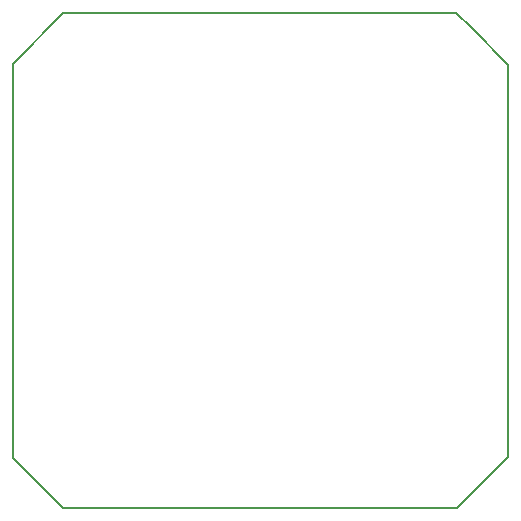
<source format=gbr>
G04 #@! TF.GenerationSoftware,KiCad,Pcbnew,5.0.2-bee76a0~70~ubuntu18.04.1*
G04 #@! TF.CreationDate,2019-01-29T19:41:56+01:00*
G04 #@! TF.ProjectId,ustepper_41_pololu,75737465-7070-4657-925f-34315f706f6c,rev?*
G04 #@! TF.SameCoordinates,Original*
G04 #@! TF.FileFunction,Profile,NP*
%FSLAX46Y46*%
G04 Gerber Fmt 4.6, Leading zero omitted, Abs format (unit mm)*
G04 Created by KiCad (PCBNEW 5.0.2-bee76a0~70~ubuntu18.04.1) date mar 29 ene 2019 19:41:56 CET*
%MOMM*%
%LPD*%
G01*
G04 APERTURE LIST*
%ADD10C,0.150000*%
G04 APERTURE END LIST*
D10*
X203209720Y-49609640D02*
X201909240Y-48299000D01*
X164400000Y-52650000D02*
X164400000Y-86000000D01*
X206300000Y-85900000D02*
X202000000Y-90200000D01*
X206300000Y-52700000D02*
X206300000Y-85900000D01*
X168600000Y-48300000D02*
X201900000Y-48300000D01*
X168600000Y-90200000D02*
X164400000Y-86000000D01*
X202000000Y-90200000D02*
X168600000Y-90200000D01*
X203200000Y-49600000D02*
X206300000Y-52700000D01*
X164400000Y-52650000D02*
X168600000Y-48300000D01*
M02*

</source>
